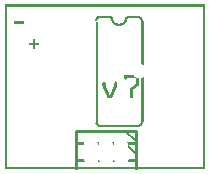
<source format=gto>
G04 MADE WITH FRITZING*
G04 WWW.FRITZING.ORG*
G04 DOUBLE SIDED*
G04 HOLES PLATED*
G04 CONTOUR ON CENTER OF CONTOUR VECTOR*
%ASAXBY*%
%FSLAX23Y23*%
%MOIN*%
%OFA0B0*%
%SFA1.0B1.0*%
%ADD10C,0.008000*%
%ADD11C,0.010000*%
%ADD12C,0.005000*%
%ADD13R,0.001000X0.001000*%
%LNSILK1*%
G90*
G70*
G54D10*
X305Y494D02*
X305Y156D01*
D02*
X320Y145D02*
X443Y145D01*
D02*
X438Y509D02*
X405Y509D01*
D02*
X316Y509D02*
X355Y509D01*
G54D11*
D02*
X436Y130D02*
X236Y130D01*
D02*
X236Y130D02*
X236Y30D01*
D02*
X436Y30D02*
X436Y130D01*
G54D12*
D02*
X401Y130D02*
X436Y95D01*
G54D13*
X0Y551D02*
X667Y551D01*
X0Y550D02*
X667Y550D01*
X0Y549D02*
X667Y549D01*
X0Y548D02*
X667Y548D01*
X0Y547D02*
X667Y547D01*
X0Y546D02*
X667Y546D01*
X0Y545D02*
X667Y545D01*
X0Y544D02*
X667Y544D01*
X0Y543D02*
X7Y543D01*
X660Y543D02*
X667Y543D01*
X0Y542D02*
X7Y542D01*
X660Y542D02*
X667Y542D01*
X0Y541D02*
X7Y541D01*
X660Y541D02*
X667Y541D01*
X0Y540D02*
X7Y540D01*
X660Y540D02*
X667Y540D01*
X0Y539D02*
X7Y539D01*
X660Y539D02*
X667Y539D01*
X0Y538D02*
X7Y538D01*
X660Y538D02*
X667Y538D01*
X0Y537D02*
X7Y537D01*
X660Y537D02*
X667Y537D01*
X0Y536D02*
X7Y536D01*
X660Y536D02*
X667Y536D01*
X0Y535D02*
X7Y535D01*
X660Y535D02*
X667Y535D01*
X0Y534D02*
X7Y534D01*
X660Y534D02*
X667Y534D01*
X0Y533D02*
X7Y533D01*
X660Y533D02*
X667Y533D01*
X0Y532D02*
X7Y532D01*
X660Y532D02*
X667Y532D01*
X0Y531D02*
X7Y531D01*
X660Y531D02*
X667Y531D01*
X0Y530D02*
X7Y530D01*
X660Y530D02*
X667Y530D01*
X0Y529D02*
X7Y529D01*
X660Y529D02*
X667Y529D01*
X0Y528D02*
X7Y528D01*
X660Y528D02*
X667Y528D01*
X0Y527D02*
X7Y527D01*
X660Y527D02*
X667Y527D01*
X0Y526D02*
X7Y526D01*
X660Y526D02*
X667Y526D01*
X0Y525D02*
X7Y525D01*
X660Y525D02*
X667Y525D01*
X0Y524D02*
X7Y524D01*
X660Y524D02*
X667Y524D01*
X0Y523D02*
X7Y523D01*
X660Y523D02*
X667Y523D01*
X0Y522D02*
X7Y522D01*
X660Y522D02*
X667Y522D01*
X0Y521D02*
X7Y521D01*
X660Y521D02*
X667Y521D01*
X0Y520D02*
X7Y520D01*
X660Y520D02*
X667Y520D01*
X0Y519D02*
X7Y519D01*
X660Y519D02*
X667Y519D01*
X0Y518D02*
X7Y518D01*
X660Y518D02*
X667Y518D01*
X0Y517D02*
X7Y517D01*
X660Y517D02*
X667Y517D01*
X0Y516D02*
X7Y516D01*
X660Y516D02*
X667Y516D01*
X0Y515D02*
X7Y515D01*
X660Y515D02*
X667Y515D01*
X0Y514D02*
X7Y514D01*
X660Y514D02*
X667Y514D01*
X0Y513D02*
X7Y513D01*
X312Y513D02*
X314Y513D01*
X438Y513D02*
X445Y513D01*
X660Y513D02*
X667Y513D01*
X0Y512D02*
X7Y512D01*
X310Y512D02*
X314Y512D01*
X438Y512D02*
X448Y512D01*
X660Y512D02*
X667Y512D01*
X0Y511D02*
X7Y511D01*
X308Y511D02*
X314Y511D01*
X439Y511D02*
X450Y511D01*
X660Y511D02*
X667Y511D01*
X0Y510D02*
X7Y510D01*
X307Y510D02*
X314Y510D01*
X439Y510D02*
X451Y510D01*
X660Y510D02*
X667Y510D01*
X0Y509D02*
X7Y509D01*
X306Y509D02*
X315Y509D01*
X439Y509D02*
X453Y509D01*
X660Y509D02*
X667Y509D01*
X0Y508D02*
X7Y508D01*
X305Y508D02*
X315Y508D01*
X439Y508D02*
X454Y508D01*
X660Y508D02*
X667Y508D01*
X0Y507D02*
X7Y507D01*
X304Y507D02*
X315Y507D01*
X351Y507D02*
X358Y507D01*
X401Y507D02*
X408Y507D01*
X439Y507D02*
X455Y507D01*
X660Y507D02*
X667Y507D01*
X0Y506D02*
X7Y506D01*
X303Y506D02*
X315Y506D01*
X351Y506D02*
X358Y506D01*
X401Y506D02*
X408Y506D01*
X439Y506D02*
X456Y506D01*
X660Y506D02*
X667Y506D01*
X0Y505D02*
X7Y505D01*
X303Y505D02*
X312Y505D01*
X351Y505D02*
X358Y505D01*
X401Y505D02*
X408Y505D01*
X446Y505D02*
X456Y505D01*
X660Y505D02*
X667Y505D01*
X0Y504D02*
X7Y504D01*
X302Y504D02*
X311Y504D01*
X351Y504D02*
X358Y504D01*
X401Y504D02*
X408Y504D01*
X448Y504D02*
X457Y504D01*
X660Y504D02*
X667Y504D01*
X0Y503D02*
X7Y503D01*
X302Y503D02*
X309Y503D01*
X351Y503D02*
X358Y503D01*
X401Y503D02*
X408Y503D01*
X449Y503D02*
X458Y503D01*
X660Y503D02*
X667Y503D01*
X0Y502D02*
X7Y502D01*
X301Y502D02*
X309Y502D01*
X352Y502D02*
X359Y502D01*
X400Y502D02*
X407Y502D01*
X450Y502D02*
X458Y502D01*
X660Y502D02*
X667Y502D01*
X0Y501D02*
X7Y501D01*
X301Y501D02*
X308Y501D01*
X352Y501D02*
X359Y501D01*
X400Y501D02*
X407Y501D01*
X451Y501D02*
X459Y501D01*
X660Y501D02*
X667Y501D01*
X0Y500D02*
X7Y500D01*
X301Y500D02*
X308Y500D01*
X352Y500D02*
X359Y500D01*
X400Y500D02*
X407Y500D01*
X452Y500D02*
X459Y500D01*
X660Y500D02*
X667Y500D01*
X0Y499D02*
X7Y499D01*
X301Y499D02*
X307Y499D01*
X352Y499D02*
X360Y499D01*
X399Y499D02*
X407Y499D01*
X452Y499D02*
X460Y499D01*
X660Y499D02*
X667Y499D01*
X0Y498D02*
X7Y498D01*
X300Y498D02*
X307Y498D01*
X353Y498D02*
X360Y498D01*
X399Y498D02*
X406Y498D01*
X453Y498D02*
X460Y498D01*
X660Y498D02*
X667Y498D01*
X0Y497D02*
X7Y497D01*
X300Y497D02*
X307Y497D01*
X353Y497D02*
X361Y497D01*
X398Y497D02*
X406Y497D01*
X453Y497D02*
X460Y497D01*
X660Y497D02*
X667Y497D01*
X0Y496D02*
X7Y496D01*
X300Y496D02*
X307Y496D01*
X354Y496D02*
X361Y496D01*
X398Y496D02*
X405Y496D01*
X453Y496D02*
X460Y496D01*
X660Y496D02*
X667Y496D01*
X0Y495D02*
X7Y495D01*
X31Y495D02*
X62Y495D01*
X300Y495D02*
X305Y495D01*
X354Y495D02*
X362Y495D01*
X397Y495D02*
X405Y495D01*
X454Y495D02*
X461Y495D01*
X660Y495D02*
X667Y495D01*
X0Y494D02*
X7Y494D01*
X30Y494D02*
X63Y494D01*
X355Y494D02*
X363Y494D01*
X396Y494D02*
X404Y494D01*
X454Y494D02*
X461Y494D01*
X660Y494D02*
X667Y494D01*
X0Y493D02*
X7Y493D01*
X30Y493D02*
X63Y493D01*
X355Y493D02*
X364Y493D01*
X395Y493D02*
X404Y493D01*
X454Y493D02*
X461Y493D01*
X660Y493D02*
X667Y493D01*
X0Y492D02*
X7Y492D01*
X29Y492D02*
X63Y492D01*
X356Y492D02*
X365Y492D01*
X394Y492D02*
X403Y492D01*
X454Y492D02*
X461Y492D01*
X660Y492D02*
X667Y492D01*
X0Y491D02*
X7Y491D01*
X29Y491D02*
X63Y491D01*
X357Y491D02*
X366Y491D01*
X393Y491D02*
X402Y491D01*
X454Y491D02*
X461Y491D01*
X660Y491D02*
X667Y491D01*
X0Y490D02*
X7Y490D01*
X29Y490D02*
X63Y490D01*
X357Y490D02*
X367Y490D01*
X392Y490D02*
X402Y490D01*
X454Y490D02*
X461Y490D01*
X660Y490D02*
X667Y490D01*
X0Y489D02*
X7Y489D01*
X29Y489D02*
X63Y489D01*
X358Y489D02*
X369Y489D01*
X390Y489D02*
X401Y489D01*
X454Y489D02*
X461Y489D01*
X660Y489D02*
X667Y489D01*
X0Y488D02*
X7Y488D01*
X30Y488D02*
X63Y488D01*
X359Y488D02*
X371Y488D01*
X388Y488D02*
X400Y488D01*
X454Y488D02*
X461Y488D01*
X660Y488D02*
X667Y488D01*
X0Y487D02*
X7Y487D01*
X30Y487D02*
X62Y487D01*
X360Y487D02*
X375Y487D01*
X384Y487D02*
X399Y487D01*
X454Y487D02*
X461Y487D01*
X660Y487D02*
X667Y487D01*
X0Y486D02*
X7Y486D01*
X32Y486D02*
X61Y486D01*
X361Y486D02*
X398Y486D01*
X454Y486D02*
X461Y486D01*
X660Y486D02*
X667Y486D01*
X0Y485D02*
X7Y485D01*
X362Y485D02*
X397Y485D01*
X454Y485D02*
X461Y485D01*
X660Y485D02*
X667Y485D01*
X0Y484D02*
X7Y484D01*
X364Y484D02*
X395Y484D01*
X454Y484D02*
X461Y484D01*
X660Y484D02*
X667Y484D01*
X0Y483D02*
X7Y483D01*
X365Y483D02*
X394Y483D01*
X454Y483D02*
X461Y483D01*
X660Y483D02*
X667Y483D01*
X0Y482D02*
X7Y482D01*
X367Y482D02*
X392Y482D01*
X454Y482D02*
X461Y482D01*
X660Y482D02*
X667Y482D01*
X0Y481D02*
X7Y481D01*
X369Y481D02*
X390Y481D01*
X454Y481D02*
X461Y481D01*
X660Y481D02*
X667Y481D01*
X0Y480D02*
X7Y480D01*
X372Y480D02*
X387Y480D01*
X454Y480D02*
X461Y480D01*
X660Y480D02*
X667Y480D01*
X0Y479D02*
X7Y479D01*
X376Y479D02*
X383Y479D01*
X454Y479D02*
X461Y479D01*
X660Y479D02*
X667Y479D01*
X0Y478D02*
X7Y478D01*
X454Y478D02*
X461Y478D01*
X660Y478D02*
X667Y478D01*
X0Y477D02*
X7Y477D01*
X454Y477D02*
X461Y477D01*
X660Y477D02*
X667Y477D01*
X0Y476D02*
X7Y476D01*
X454Y476D02*
X461Y476D01*
X660Y476D02*
X667Y476D01*
X0Y475D02*
X7Y475D01*
X454Y475D02*
X461Y475D01*
X660Y475D02*
X667Y475D01*
X0Y474D02*
X7Y474D01*
X454Y474D02*
X461Y474D01*
X660Y474D02*
X667Y474D01*
X0Y473D02*
X7Y473D01*
X454Y473D02*
X461Y473D01*
X660Y473D02*
X667Y473D01*
X0Y472D02*
X7Y472D01*
X454Y472D02*
X461Y472D01*
X660Y472D02*
X667Y472D01*
X0Y471D02*
X7Y471D01*
X454Y471D02*
X461Y471D01*
X660Y471D02*
X667Y471D01*
X0Y470D02*
X7Y470D01*
X454Y470D02*
X461Y470D01*
X660Y470D02*
X667Y470D01*
X0Y469D02*
X7Y469D01*
X454Y469D02*
X461Y469D01*
X660Y469D02*
X667Y469D01*
X0Y468D02*
X7Y468D01*
X454Y468D02*
X461Y468D01*
X660Y468D02*
X667Y468D01*
X0Y467D02*
X7Y467D01*
X454Y467D02*
X461Y467D01*
X660Y467D02*
X667Y467D01*
X0Y466D02*
X7Y466D01*
X454Y466D02*
X461Y466D01*
X660Y466D02*
X667Y466D01*
X0Y465D02*
X7Y465D01*
X454Y465D02*
X461Y465D01*
X660Y465D02*
X667Y465D01*
X0Y464D02*
X7Y464D01*
X454Y464D02*
X461Y464D01*
X660Y464D02*
X667Y464D01*
X0Y463D02*
X7Y463D01*
X454Y463D02*
X461Y463D01*
X660Y463D02*
X667Y463D01*
X0Y462D02*
X7Y462D01*
X454Y462D02*
X461Y462D01*
X660Y462D02*
X667Y462D01*
X0Y461D02*
X7Y461D01*
X454Y461D02*
X461Y461D01*
X660Y461D02*
X667Y461D01*
X0Y460D02*
X7Y460D01*
X454Y460D02*
X461Y460D01*
X660Y460D02*
X667Y460D01*
X0Y459D02*
X7Y459D01*
X454Y459D02*
X461Y459D01*
X660Y459D02*
X667Y459D01*
X0Y458D02*
X7Y458D01*
X454Y458D02*
X461Y458D01*
X660Y458D02*
X667Y458D01*
X0Y457D02*
X7Y457D01*
X454Y457D02*
X461Y457D01*
X660Y457D02*
X667Y457D01*
X0Y456D02*
X7Y456D01*
X454Y456D02*
X461Y456D01*
X660Y456D02*
X667Y456D01*
X0Y455D02*
X7Y455D01*
X454Y455D02*
X461Y455D01*
X660Y455D02*
X667Y455D01*
X0Y454D02*
X7Y454D01*
X454Y454D02*
X461Y454D01*
X660Y454D02*
X667Y454D01*
X0Y453D02*
X7Y453D01*
X454Y453D02*
X461Y453D01*
X660Y453D02*
X667Y453D01*
X0Y452D02*
X7Y452D01*
X454Y452D02*
X461Y452D01*
X660Y452D02*
X667Y452D01*
X0Y451D02*
X7Y451D01*
X454Y451D02*
X461Y451D01*
X660Y451D02*
X667Y451D01*
X0Y450D02*
X7Y450D01*
X454Y450D02*
X461Y450D01*
X660Y450D02*
X667Y450D01*
X0Y449D02*
X7Y449D01*
X454Y449D02*
X461Y449D01*
X660Y449D02*
X667Y449D01*
X0Y448D02*
X7Y448D01*
X454Y448D02*
X461Y448D01*
X660Y448D02*
X667Y448D01*
X0Y447D02*
X7Y447D01*
X454Y447D02*
X461Y447D01*
X660Y447D02*
X667Y447D01*
X0Y446D02*
X7Y446D01*
X454Y446D02*
X461Y446D01*
X660Y446D02*
X667Y446D01*
X0Y445D02*
X7Y445D01*
X454Y445D02*
X461Y445D01*
X660Y445D02*
X667Y445D01*
X0Y444D02*
X7Y444D01*
X454Y444D02*
X461Y444D01*
X660Y444D02*
X667Y444D01*
X0Y443D02*
X7Y443D01*
X454Y443D02*
X461Y443D01*
X660Y443D02*
X667Y443D01*
X0Y442D02*
X7Y442D01*
X454Y442D02*
X461Y442D01*
X660Y442D02*
X667Y442D01*
X0Y441D02*
X7Y441D01*
X454Y441D02*
X461Y441D01*
X660Y441D02*
X667Y441D01*
X0Y440D02*
X7Y440D01*
X454Y440D02*
X461Y440D01*
X660Y440D02*
X667Y440D01*
X0Y439D02*
X7Y439D01*
X454Y439D02*
X461Y439D01*
X660Y439D02*
X667Y439D01*
X0Y438D02*
X7Y438D01*
X454Y438D02*
X461Y438D01*
X660Y438D02*
X667Y438D01*
X0Y437D02*
X7Y437D01*
X454Y437D02*
X461Y437D01*
X660Y437D02*
X667Y437D01*
X0Y436D02*
X7Y436D01*
X454Y436D02*
X461Y436D01*
X660Y436D02*
X667Y436D01*
X0Y435D02*
X7Y435D01*
X95Y435D02*
X98Y435D01*
X454Y435D02*
X461Y435D01*
X660Y435D02*
X667Y435D01*
X0Y434D02*
X7Y434D01*
X94Y434D02*
X99Y434D01*
X454Y434D02*
X461Y434D01*
X660Y434D02*
X667Y434D01*
X0Y433D02*
X7Y433D01*
X94Y433D02*
X99Y433D01*
X454Y433D02*
X461Y433D01*
X660Y433D02*
X667Y433D01*
X0Y432D02*
X7Y432D01*
X94Y432D02*
X100Y432D01*
X454Y432D02*
X461Y432D01*
X660Y432D02*
X667Y432D01*
X0Y431D02*
X7Y431D01*
X94Y431D02*
X100Y431D01*
X454Y431D02*
X461Y431D01*
X660Y431D02*
X667Y431D01*
X0Y430D02*
X7Y430D01*
X94Y430D02*
X100Y430D01*
X454Y430D02*
X461Y430D01*
X660Y430D02*
X667Y430D01*
X0Y429D02*
X7Y429D01*
X94Y429D02*
X100Y429D01*
X454Y429D02*
X461Y429D01*
X660Y429D02*
X667Y429D01*
X0Y428D02*
X7Y428D01*
X94Y428D02*
X100Y428D01*
X454Y428D02*
X461Y428D01*
X660Y428D02*
X667Y428D01*
X0Y427D02*
X7Y427D01*
X94Y427D02*
X100Y427D01*
X454Y427D02*
X461Y427D01*
X660Y427D02*
X667Y427D01*
X0Y426D02*
X7Y426D01*
X94Y426D02*
X100Y426D01*
X454Y426D02*
X461Y426D01*
X660Y426D02*
X667Y426D01*
X0Y425D02*
X7Y425D01*
X94Y425D02*
X100Y425D01*
X454Y425D02*
X461Y425D01*
X660Y425D02*
X667Y425D01*
X0Y424D02*
X7Y424D01*
X94Y424D02*
X100Y424D01*
X454Y424D02*
X461Y424D01*
X660Y424D02*
X667Y424D01*
X0Y423D02*
X7Y423D01*
X94Y423D02*
X100Y423D01*
X454Y423D02*
X461Y423D01*
X660Y423D02*
X667Y423D01*
X0Y422D02*
X7Y422D01*
X93Y422D02*
X100Y422D01*
X454Y422D02*
X461Y422D01*
X660Y422D02*
X667Y422D01*
X0Y421D02*
X7Y421D01*
X81Y421D02*
X112Y421D01*
X454Y421D02*
X461Y421D01*
X660Y421D02*
X667Y421D01*
X0Y420D02*
X7Y420D01*
X80Y420D02*
X113Y420D01*
X454Y420D02*
X461Y420D01*
X660Y420D02*
X667Y420D01*
X0Y419D02*
X7Y419D01*
X80Y419D02*
X113Y419D01*
X454Y419D02*
X461Y419D01*
X660Y419D02*
X667Y419D01*
X0Y418D02*
X7Y418D01*
X80Y418D02*
X113Y418D01*
X454Y418D02*
X461Y418D01*
X660Y418D02*
X667Y418D01*
X0Y417D02*
X7Y417D01*
X80Y417D02*
X113Y417D01*
X454Y417D02*
X461Y417D01*
X660Y417D02*
X667Y417D01*
X0Y416D02*
X7Y416D01*
X81Y416D02*
X113Y416D01*
X454Y416D02*
X461Y416D01*
X660Y416D02*
X667Y416D01*
X0Y415D02*
X7Y415D01*
X82Y415D02*
X111Y415D01*
X454Y415D02*
X461Y415D01*
X660Y415D02*
X667Y415D01*
X0Y414D02*
X7Y414D01*
X94Y414D02*
X100Y414D01*
X454Y414D02*
X461Y414D01*
X660Y414D02*
X667Y414D01*
X0Y413D02*
X7Y413D01*
X94Y413D02*
X100Y413D01*
X454Y413D02*
X461Y413D01*
X660Y413D02*
X667Y413D01*
X0Y412D02*
X7Y412D01*
X94Y412D02*
X100Y412D01*
X454Y412D02*
X461Y412D01*
X660Y412D02*
X667Y412D01*
X0Y411D02*
X7Y411D01*
X94Y411D02*
X100Y411D01*
X454Y411D02*
X461Y411D01*
X660Y411D02*
X667Y411D01*
X0Y410D02*
X7Y410D01*
X94Y410D02*
X100Y410D01*
X454Y410D02*
X461Y410D01*
X660Y410D02*
X667Y410D01*
X0Y409D02*
X7Y409D01*
X94Y409D02*
X100Y409D01*
X454Y409D02*
X461Y409D01*
X660Y409D02*
X667Y409D01*
X0Y408D02*
X7Y408D01*
X94Y408D02*
X100Y408D01*
X454Y408D02*
X461Y408D01*
X660Y408D02*
X667Y408D01*
X0Y407D02*
X7Y407D01*
X94Y407D02*
X100Y407D01*
X454Y407D02*
X461Y407D01*
X660Y407D02*
X667Y407D01*
X0Y406D02*
X7Y406D01*
X94Y406D02*
X100Y406D01*
X454Y406D02*
X461Y406D01*
X660Y406D02*
X667Y406D01*
X0Y405D02*
X7Y405D01*
X94Y405D02*
X100Y405D01*
X454Y405D02*
X461Y405D01*
X660Y405D02*
X667Y405D01*
X0Y404D02*
X7Y404D01*
X94Y404D02*
X100Y404D01*
X454Y404D02*
X461Y404D01*
X660Y404D02*
X667Y404D01*
X0Y403D02*
X7Y403D01*
X94Y403D02*
X99Y403D01*
X454Y403D02*
X461Y403D01*
X660Y403D02*
X667Y403D01*
X0Y402D02*
X7Y402D01*
X95Y402D02*
X99Y402D01*
X454Y402D02*
X461Y402D01*
X660Y402D02*
X667Y402D01*
X0Y401D02*
X7Y401D01*
X96Y401D02*
X97Y401D01*
X454Y401D02*
X461Y401D01*
X660Y401D02*
X667Y401D01*
X0Y400D02*
X7Y400D01*
X454Y400D02*
X461Y400D01*
X660Y400D02*
X667Y400D01*
X0Y399D02*
X7Y399D01*
X454Y399D02*
X461Y399D01*
X660Y399D02*
X667Y399D01*
X0Y398D02*
X7Y398D01*
X454Y398D02*
X461Y398D01*
X660Y398D02*
X667Y398D01*
X0Y397D02*
X7Y397D01*
X454Y397D02*
X461Y397D01*
X660Y397D02*
X667Y397D01*
X0Y396D02*
X7Y396D01*
X454Y396D02*
X461Y396D01*
X660Y396D02*
X667Y396D01*
X0Y395D02*
X7Y395D01*
X454Y395D02*
X461Y395D01*
X660Y395D02*
X667Y395D01*
X0Y394D02*
X7Y394D01*
X454Y394D02*
X461Y394D01*
X660Y394D02*
X667Y394D01*
X0Y393D02*
X7Y393D01*
X454Y393D02*
X461Y393D01*
X660Y393D02*
X667Y393D01*
X0Y392D02*
X7Y392D01*
X454Y392D02*
X461Y392D01*
X660Y392D02*
X667Y392D01*
X0Y391D02*
X7Y391D01*
X454Y391D02*
X461Y391D01*
X660Y391D02*
X667Y391D01*
X0Y390D02*
X7Y390D01*
X454Y390D02*
X461Y390D01*
X660Y390D02*
X667Y390D01*
X0Y389D02*
X7Y389D01*
X454Y389D02*
X461Y389D01*
X660Y389D02*
X667Y389D01*
X0Y388D02*
X7Y388D01*
X454Y388D02*
X461Y388D01*
X660Y388D02*
X667Y388D01*
X0Y387D02*
X7Y387D01*
X454Y387D02*
X461Y387D01*
X660Y387D02*
X667Y387D01*
X0Y386D02*
X7Y386D01*
X454Y386D02*
X461Y386D01*
X660Y386D02*
X667Y386D01*
X0Y385D02*
X7Y385D01*
X454Y385D02*
X461Y385D01*
X660Y385D02*
X667Y385D01*
X0Y384D02*
X7Y384D01*
X454Y384D02*
X461Y384D01*
X660Y384D02*
X667Y384D01*
X0Y383D02*
X7Y383D01*
X454Y383D02*
X461Y383D01*
X660Y383D02*
X667Y383D01*
X0Y382D02*
X7Y382D01*
X454Y382D02*
X461Y382D01*
X660Y382D02*
X667Y382D01*
X0Y381D02*
X7Y381D01*
X454Y381D02*
X461Y381D01*
X660Y381D02*
X667Y381D01*
X0Y380D02*
X7Y380D01*
X454Y380D02*
X461Y380D01*
X660Y380D02*
X667Y380D01*
X0Y379D02*
X7Y379D01*
X454Y379D02*
X461Y379D01*
X660Y379D02*
X667Y379D01*
X0Y378D02*
X7Y378D01*
X454Y378D02*
X461Y378D01*
X660Y378D02*
X667Y378D01*
X0Y377D02*
X7Y377D01*
X454Y377D02*
X461Y377D01*
X660Y377D02*
X667Y377D01*
X0Y376D02*
X7Y376D01*
X454Y376D02*
X461Y376D01*
X660Y376D02*
X667Y376D01*
X0Y375D02*
X7Y375D01*
X454Y375D02*
X461Y375D01*
X660Y375D02*
X667Y375D01*
X0Y374D02*
X7Y374D01*
X454Y374D02*
X461Y374D01*
X660Y374D02*
X667Y374D01*
X0Y373D02*
X7Y373D01*
X454Y373D02*
X461Y373D01*
X660Y373D02*
X667Y373D01*
X0Y372D02*
X7Y372D01*
X454Y372D02*
X461Y372D01*
X660Y372D02*
X667Y372D01*
X0Y371D02*
X7Y371D01*
X454Y371D02*
X461Y371D01*
X660Y371D02*
X667Y371D01*
X0Y370D02*
X7Y370D01*
X454Y370D02*
X461Y370D01*
X660Y370D02*
X667Y370D01*
X0Y369D02*
X7Y369D01*
X454Y369D02*
X461Y369D01*
X660Y369D02*
X667Y369D01*
X0Y368D02*
X7Y368D01*
X454Y368D02*
X461Y368D01*
X660Y368D02*
X667Y368D01*
X0Y367D02*
X7Y367D01*
X454Y367D02*
X461Y367D01*
X660Y367D02*
X667Y367D01*
X0Y366D02*
X7Y366D01*
X454Y366D02*
X461Y366D01*
X660Y366D02*
X667Y366D01*
X0Y365D02*
X7Y365D01*
X454Y365D02*
X461Y365D01*
X660Y365D02*
X667Y365D01*
X0Y364D02*
X7Y364D01*
X454Y364D02*
X461Y364D01*
X660Y364D02*
X667Y364D01*
X0Y363D02*
X7Y363D01*
X454Y363D02*
X461Y363D01*
X660Y363D02*
X667Y363D01*
X0Y362D02*
X7Y362D01*
X454Y362D02*
X461Y362D01*
X660Y362D02*
X667Y362D01*
X0Y361D02*
X7Y361D01*
X454Y361D02*
X461Y361D01*
X660Y361D02*
X667Y361D01*
X0Y360D02*
X7Y360D01*
X454Y360D02*
X461Y360D01*
X660Y360D02*
X667Y360D01*
X0Y359D02*
X7Y359D01*
X454Y359D02*
X461Y359D01*
X660Y359D02*
X667Y359D01*
X0Y358D02*
X7Y358D01*
X454Y358D02*
X461Y358D01*
X660Y358D02*
X667Y358D01*
X0Y357D02*
X7Y357D01*
X454Y357D02*
X461Y357D01*
X660Y357D02*
X667Y357D01*
X0Y356D02*
X7Y356D01*
X454Y356D02*
X461Y356D01*
X660Y356D02*
X667Y356D01*
X0Y355D02*
X7Y355D01*
X454Y355D02*
X461Y355D01*
X660Y355D02*
X667Y355D01*
X0Y354D02*
X7Y354D01*
X454Y354D02*
X461Y354D01*
X660Y354D02*
X667Y354D01*
X0Y353D02*
X7Y353D01*
X454Y353D02*
X461Y353D01*
X660Y353D02*
X667Y353D01*
X0Y352D02*
X7Y352D01*
X454Y352D02*
X461Y352D01*
X660Y352D02*
X667Y352D01*
X0Y351D02*
X7Y351D01*
X456Y351D02*
X461Y351D01*
X660Y351D02*
X667Y351D01*
X0Y350D02*
X7Y350D01*
X458Y350D02*
X461Y350D01*
X660Y350D02*
X667Y350D01*
X0Y349D02*
X7Y349D01*
X460Y349D02*
X461Y349D01*
X660Y349D02*
X667Y349D01*
X0Y348D02*
X7Y348D01*
X461Y348D02*
X461Y348D01*
X660Y348D02*
X667Y348D01*
X0Y347D02*
X7Y347D01*
X660Y347D02*
X667Y347D01*
X0Y346D02*
X7Y346D01*
X660Y346D02*
X667Y346D01*
X0Y345D02*
X7Y345D01*
X660Y345D02*
X667Y345D01*
X0Y344D02*
X7Y344D01*
X660Y344D02*
X667Y344D01*
X0Y343D02*
X7Y343D01*
X660Y343D02*
X667Y343D01*
X0Y342D02*
X7Y342D01*
X660Y342D02*
X667Y342D01*
X0Y341D02*
X7Y341D01*
X660Y341D02*
X667Y341D01*
X0Y340D02*
X7Y340D01*
X660Y340D02*
X667Y340D01*
X0Y339D02*
X7Y339D01*
X660Y339D02*
X667Y339D01*
X0Y338D02*
X7Y338D01*
X660Y338D02*
X667Y338D01*
X0Y337D02*
X7Y337D01*
X660Y337D02*
X667Y337D01*
X0Y336D02*
X7Y336D01*
X660Y336D02*
X667Y336D01*
X0Y335D02*
X7Y335D01*
X660Y335D02*
X667Y335D01*
X0Y334D02*
X7Y334D01*
X660Y334D02*
X667Y334D01*
X0Y333D02*
X7Y333D01*
X660Y333D02*
X667Y333D01*
X0Y332D02*
X7Y332D01*
X660Y332D02*
X667Y332D01*
X0Y331D02*
X7Y331D01*
X660Y331D02*
X667Y331D01*
X0Y330D02*
X7Y330D01*
X660Y330D02*
X667Y330D01*
X0Y329D02*
X7Y329D01*
X660Y329D02*
X667Y329D01*
X0Y328D02*
X7Y328D01*
X660Y328D02*
X667Y328D01*
X0Y327D02*
X7Y327D01*
X660Y327D02*
X667Y327D01*
X0Y326D02*
X7Y326D01*
X660Y326D02*
X667Y326D01*
X0Y325D02*
X7Y325D01*
X660Y325D02*
X667Y325D01*
X0Y324D02*
X7Y324D01*
X660Y324D02*
X667Y324D01*
X0Y323D02*
X7Y323D01*
X660Y323D02*
X667Y323D01*
X0Y322D02*
X7Y322D01*
X660Y322D02*
X667Y322D01*
X0Y321D02*
X7Y321D01*
X660Y321D02*
X667Y321D01*
X0Y320D02*
X7Y320D01*
X660Y320D02*
X667Y320D01*
X0Y319D02*
X7Y319D01*
X660Y319D02*
X667Y319D01*
X0Y318D02*
X7Y318D01*
X660Y318D02*
X667Y318D01*
X0Y317D02*
X7Y317D01*
X660Y317D02*
X667Y317D01*
X0Y316D02*
X7Y316D01*
X660Y316D02*
X667Y316D01*
X0Y315D02*
X7Y315D01*
X400Y315D02*
X427Y315D01*
X660Y315D02*
X667Y315D01*
X0Y314D02*
X7Y314D01*
X398Y314D02*
X428Y314D01*
X660Y314D02*
X667Y314D01*
X0Y313D02*
X7Y313D01*
X398Y313D02*
X429Y313D01*
X660Y313D02*
X667Y313D01*
X0Y312D02*
X7Y312D01*
X397Y312D02*
X429Y312D01*
X660Y312D02*
X667Y312D01*
X0Y311D02*
X7Y311D01*
X397Y311D02*
X430Y311D01*
X660Y311D02*
X667Y311D01*
X0Y310D02*
X7Y310D01*
X397Y310D02*
X432Y310D01*
X660Y310D02*
X667Y310D01*
X0Y309D02*
X7Y309D01*
X397Y309D02*
X433Y309D01*
X660Y309D02*
X667Y309D01*
X0Y308D02*
X7Y308D01*
X397Y308D02*
X434Y308D01*
X460Y308D02*
X461Y308D01*
X660Y308D02*
X667Y308D01*
X0Y307D02*
X7Y307D01*
X397Y307D02*
X436Y307D01*
X459Y307D02*
X461Y307D01*
X660Y307D02*
X667Y307D01*
X0Y306D02*
X7Y306D01*
X397Y306D02*
X438Y306D01*
X457Y306D02*
X461Y306D01*
X660Y306D02*
X667Y306D01*
X0Y305D02*
X7Y305D01*
X397Y305D02*
X406Y305D01*
X436Y305D02*
X440Y305D01*
X455Y305D02*
X461Y305D01*
X660Y305D02*
X667Y305D01*
X0Y304D02*
X7Y304D01*
X397Y304D02*
X405Y304D01*
X436Y304D02*
X444Y304D01*
X454Y304D02*
X461Y304D01*
X660Y304D02*
X667Y304D01*
X0Y303D02*
X7Y303D01*
X398Y303D02*
X405Y303D01*
X436Y303D02*
X446Y303D01*
X454Y303D02*
X461Y303D01*
X660Y303D02*
X667Y303D01*
X0Y302D02*
X7Y302D01*
X399Y302D02*
X404Y302D01*
X436Y302D02*
X446Y302D01*
X454Y302D02*
X461Y302D01*
X660Y302D02*
X667Y302D01*
X0Y301D02*
X7Y301D01*
X401Y301D02*
X401Y301D01*
X436Y301D02*
X446Y301D01*
X454Y301D02*
X461Y301D01*
X660Y301D02*
X667Y301D01*
X0Y300D02*
X7Y300D01*
X436Y300D02*
X446Y300D01*
X454Y300D02*
X461Y300D01*
X660Y300D02*
X667Y300D01*
X0Y299D02*
X7Y299D01*
X436Y299D02*
X446Y299D01*
X454Y299D02*
X461Y299D01*
X660Y299D02*
X667Y299D01*
X0Y298D02*
X7Y298D01*
X436Y298D02*
X446Y298D01*
X454Y298D02*
X461Y298D01*
X660Y298D02*
X667Y298D01*
X0Y297D02*
X7Y297D01*
X436Y297D02*
X446Y297D01*
X454Y297D02*
X461Y297D01*
X660Y297D02*
X667Y297D01*
X0Y296D02*
X7Y296D01*
X436Y296D02*
X446Y296D01*
X454Y296D02*
X461Y296D01*
X660Y296D02*
X667Y296D01*
X0Y295D02*
X7Y295D01*
X436Y295D02*
X446Y295D01*
X454Y295D02*
X461Y295D01*
X660Y295D02*
X667Y295D01*
X0Y294D02*
X7Y294D01*
X329Y294D02*
X329Y294D01*
X368Y294D02*
X369Y294D01*
X436Y294D02*
X446Y294D01*
X454Y294D02*
X461Y294D01*
X660Y294D02*
X667Y294D01*
X0Y293D02*
X7Y293D01*
X326Y293D02*
X332Y293D01*
X366Y293D02*
X371Y293D01*
X436Y293D02*
X446Y293D01*
X454Y293D02*
X461Y293D01*
X660Y293D02*
X667Y293D01*
X0Y292D02*
X7Y292D01*
X325Y292D02*
X333Y292D01*
X365Y292D02*
X372Y292D01*
X436Y292D02*
X446Y292D01*
X454Y292D02*
X461Y292D01*
X660Y292D02*
X667Y292D01*
X0Y291D02*
X7Y291D01*
X325Y291D02*
X333Y291D01*
X365Y291D02*
X373Y291D01*
X436Y291D02*
X446Y291D01*
X454Y291D02*
X461Y291D01*
X660Y291D02*
X667Y291D01*
X0Y290D02*
X7Y290D01*
X325Y290D02*
X333Y290D01*
X364Y290D02*
X373Y290D01*
X436Y290D02*
X446Y290D01*
X454Y290D02*
X461Y290D01*
X660Y290D02*
X667Y290D01*
X0Y289D02*
X7Y289D01*
X324Y289D02*
X334Y289D01*
X364Y289D02*
X373Y289D01*
X436Y289D02*
X446Y289D01*
X454Y289D02*
X461Y289D01*
X660Y289D02*
X667Y289D01*
X0Y288D02*
X7Y288D01*
X324Y288D02*
X334Y288D01*
X364Y288D02*
X373Y288D01*
X436Y288D02*
X446Y288D01*
X454Y288D02*
X461Y288D01*
X660Y288D02*
X667Y288D01*
X0Y287D02*
X7Y287D01*
X324Y287D02*
X334Y287D01*
X364Y287D02*
X373Y287D01*
X436Y287D02*
X446Y287D01*
X454Y287D02*
X461Y287D01*
X660Y287D02*
X667Y287D01*
X0Y286D02*
X7Y286D01*
X324Y286D02*
X334Y286D01*
X364Y286D02*
X373Y286D01*
X435Y286D02*
X446Y286D01*
X454Y286D02*
X461Y286D01*
X660Y286D02*
X667Y286D01*
X0Y285D02*
X7Y285D01*
X324Y285D02*
X334Y285D01*
X364Y285D02*
X373Y285D01*
X434Y285D02*
X446Y285D01*
X454Y285D02*
X461Y285D01*
X660Y285D02*
X667Y285D01*
X0Y284D02*
X7Y284D01*
X324Y284D02*
X334Y284D01*
X364Y284D02*
X373Y284D01*
X433Y284D02*
X445Y284D01*
X454Y284D02*
X461Y284D01*
X660Y284D02*
X667Y284D01*
X0Y283D02*
X7Y283D01*
X324Y283D02*
X334Y283D01*
X364Y283D02*
X373Y283D01*
X432Y283D02*
X445Y283D01*
X454Y283D02*
X461Y283D01*
X660Y283D02*
X667Y283D01*
X0Y282D02*
X7Y282D01*
X324Y282D02*
X334Y282D01*
X364Y282D02*
X373Y282D01*
X430Y282D02*
X445Y282D01*
X454Y282D02*
X461Y282D01*
X660Y282D02*
X667Y282D01*
X0Y281D02*
X7Y281D01*
X324Y281D02*
X334Y281D01*
X364Y281D02*
X373Y281D01*
X429Y281D02*
X444Y281D01*
X454Y281D02*
X461Y281D01*
X660Y281D02*
X667Y281D01*
X0Y280D02*
X7Y280D01*
X324Y280D02*
X334Y280D01*
X363Y280D02*
X373Y280D01*
X428Y280D02*
X443Y280D01*
X454Y280D02*
X461Y280D01*
X660Y280D02*
X667Y280D01*
X0Y279D02*
X7Y279D01*
X325Y279D02*
X335Y279D01*
X363Y279D02*
X373Y279D01*
X427Y279D02*
X442Y279D01*
X454Y279D02*
X461Y279D01*
X660Y279D02*
X667Y279D01*
X0Y278D02*
X7Y278D01*
X325Y278D02*
X335Y278D01*
X363Y278D02*
X373Y278D01*
X426Y278D02*
X440Y278D01*
X454Y278D02*
X461Y278D01*
X660Y278D02*
X667Y278D01*
X0Y277D02*
X7Y277D01*
X325Y277D02*
X336Y277D01*
X362Y277D02*
X372Y277D01*
X425Y277D02*
X439Y277D01*
X454Y277D02*
X461Y277D01*
X660Y277D02*
X667Y277D01*
X0Y276D02*
X7Y276D01*
X326Y276D02*
X336Y276D01*
X362Y276D02*
X372Y276D01*
X423Y276D02*
X438Y276D01*
X454Y276D02*
X461Y276D01*
X660Y276D02*
X667Y276D01*
X0Y275D02*
X7Y275D01*
X326Y275D02*
X336Y275D01*
X361Y275D02*
X371Y275D01*
X422Y275D02*
X437Y275D01*
X454Y275D02*
X461Y275D01*
X660Y275D02*
X667Y275D01*
X0Y274D02*
X7Y274D01*
X327Y274D02*
X337Y274D01*
X361Y274D02*
X371Y274D01*
X421Y274D02*
X436Y274D01*
X454Y274D02*
X461Y274D01*
X660Y274D02*
X667Y274D01*
X0Y273D02*
X7Y273D01*
X327Y273D02*
X337Y273D01*
X360Y273D02*
X370Y273D01*
X420Y273D02*
X434Y273D01*
X454Y273D02*
X461Y273D01*
X660Y273D02*
X667Y273D01*
X0Y272D02*
X7Y272D01*
X328Y272D02*
X338Y272D01*
X360Y272D02*
X370Y272D01*
X419Y272D02*
X433Y272D01*
X454Y272D02*
X461Y272D01*
X660Y272D02*
X667Y272D01*
X0Y271D02*
X7Y271D01*
X328Y271D02*
X338Y271D01*
X359Y271D02*
X369Y271D01*
X418Y271D02*
X432Y271D01*
X454Y271D02*
X461Y271D01*
X660Y271D02*
X667Y271D01*
X0Y270D02*
X7Y270D01*
X329Y270D02*
X339Y270D01*
X359Y270D02*
X369Y270D01*
X417Y270D02*
X431Y270D01*
X454Y270D02*
X461Y270D01*
X660Y270D02*
X667Y270D01*
X0Y269D02*
X7Y269D01*
X329Y269D02*
X339Y269D01*
X359Y269D02*
X369Y269D01*
X417Y269D02*
X430Y269D01*
X454Y269D02*
X461Y269D01*
X660Y269D02*
X667Y269D01*
X0Y268D02*
X7Y268D01*
X329Y268D02*
X339Y268D01*
X358Y268D02*
X368Y268D01*
X417Y268D02*
X429Y268D01*
X454Y268D02*
X461Y268D01*
X660Y268D02*
X667Y268D01*
X0Y267D02*
X7Y267D01*
X330Y267D02*
X340Y267D01*
X358Y267D02*
X368Y267D01*
X417Y267D02*
X427Y267D01*
X454Y267D02*
X461Y267D01*
X660Y267D02*
X667Y267D01*
X0Y266D02*
X7Y266D01*
X330Y266D02*
X340Y266D01*
X357Y266D02*
X367Y266D01*
X417Y266D02*
X426Y266D01*
X454Y266D02*
X461Y266D01*
X660Y266D02*
X667Y266D01*
X0Y265D02*
X7Y265D01*
X331Y265D02*
X341Y265D01*
X357Y265D02*
X367Y265D01*
X417Y265D02*
X426Y265D01*
X454Y265D02*
X461Y265D01*
X660Y265D02*
X667Y265D01*
X0Y264D02*
X7Y264D01*
X331Y264D02*
X341Y264D01*
X356Y264D02*
X366Y264D01*
X417Y264D02*
X426Y264D01*
X454Y264D02*
X461Y264D01*
X660Y264D02*
X667Y264D01*
X0Y263D02*
X7Y263D01*
X332Y263D02*
X342Y263D01*
X356Y263D02*
X366Y263D01*
X417Y263D02*
X426Y263D01*
X454Y263D02*
X461Y263D01*
X660Y263D02*
X667Y263D01*
X0Y262D02*
X7Y262D01*
X332Y262D02*
X342Y262D01*
X356Y262D02*
X366Y262D01*
X417Y262D02*
X426Y262D01*
X454Y262D02*
X461Y262D01*
X660Y262D02*
X667Y262D01*
X0Y261D02*
X7Y261D01*
X332Y261D02*
X342Y261D01*
X355Y261D02*
X365Y261D01*
X417Y261D02*
X426Y261D01*
X454Y261D02*
X461Y261D01*
X660Y261D02*
X667Y261D01*
X0Y260D02*
X7Y260D01*
X333Y260D02*
X343Y260D01*
X355Y260D02*
X365Y260D01*
X417Y260D02*
X426Y260D01*
X454Y260D02*
X461Y260D01*
X660Y260D02*
X667Y260D01*
X0Y259D02*
X7Y259D01*
X333Y259D02*
X343Y259D01*
X354Y259D02*
X364Y259D01*
X417Y259D02*
X426Y259D01*
X454Y259D02*
X461Y259D01*
X660Y259D02*
X667Y259D01*
X0Y258D02*
X7Y258D01*
X334Y258D02*
X344Y258D01*
X354Y258D02*
X364Y258D01*
X417Y258D02*
X426Y258D01*
X454Y258D02*
X461Y258D01*
X660Y258D02*
X667Y258D01*
X0Y257D02*
X7Y257D01*
X334Y257D02*
X344Y257D01*
X353Y257D02*
X363Y257D01*
X417Y257D02*
X426Y257D01*
X454Y257D02*
X461Y257D01*
X660Y257D02*
X667Y257D01*
X0Y256D02*
X7Y256D01*
X335Y256D02*
X345Y256D01*
X353Y256D02*
X363Y256D01*
X417Y256D02*
X426Y256D01*
X454Y256D02*
X461Y256D01*
X660Y256D02*
X667Y256D01*
X0Y255D02*
X7Y255D01*
X335Y255D02*
X345Y255D01*
X352Y255D02*
X362Y255D01*
X417Y255D02*
X426Y255D01*
X454Y255D02*
X461Y255D01*
X660Y255D02*
X667Y255D01*
X0Y254D02*
X7Y254D01*
X336Y254D02*
X346Y254D01*
X352Y254D02*
X362Y254D01*
X417Y254D02*
X426Y254D01*
X454Y254D02*
X461Y254D01*
X660Y254D02*
X667Y254D01*
X0Y253D02*
X7Y253D01*
X336Y253D02*
X346Y253D01*
X352Y253D02*
X362Y253D01*
X417Y253D02*
X426Y253D01*
X454Y253D02*
X461Y253D01*
X660Y253D02*
X667Y253D01*
X0Y252D02*
X7Y252D01*
X336Y252D02*
X346Y252D01*
X351Y252D02*
X361Y252D01*
X417Y252D02*
X426Y252D01*
X454Y252D02*
X461Y252D01*
X660Y252D02*
X667Y252D01*
X0Y251D02*
X7Y251D01*
X337Y251D02*
X347Y251D01*
X351Y251D02*
X361Y251D01*
X417Y251D02*
X426Y251D01*
X454Y251D02*
X461Y251D01*
X660Y251D02*
X667Y251D01*
X0Y250D02*
X7Y250D01*
X337Y250D02*
X347Y250D01*
X350Y250D02*
X360Y250D01*
X417Y250D02*
X426Y250D01*
X454Y250D02*
X461Y250D01*
X660Y250D02*
X667Y250D01*
X0Y249D02*
X7Y249D01*
X338Y249D02*
X348Y249D01*
X350Y249D02*
X360Y249D01*
X417Y249D02*
X426Y249D01*
X454Y249D02*
X461Y249D01*
X660Y249D02*
X667Y249D01*
X0Y248D02*
X7Y248D01*
X338Y248D02*
X359Y248D01*
X417Y248D02*
X426Y248D01*
X454Y248D02*
X461Y248D01*
X660Y248D02*
X667Y248D01*
X0Y247D02*
X7Y247D01*
X339Y247D02*
X359Y247D01*
X417Y247D02*
X426Y247D01*
X454Y247D02*
X461Y247D01*
X660Y247D02*
X667Y247D01*
X0Y246D02*
X7Y246D01*
X339Y246D02*
X359Y246D01*
X417Y246D02*
X426Y246D01*
X454Y246D02*
X461Y246D01*
X660Y246D02*
X667Y246D01*
X0Y245D02*
X7Y245D01*
X339Y245D02*
X358Y245D01*
X417Y245D02*
X426Y245D01*
X454Y245D02*
X461Y245D01*
X660Y245D02*
X667Y245D01*
X0Y244D02*
X7Y244D01*
X340Y244D02*
X358Y244D01*
X417Y244D02*
X426Y244D01*
X454Y244D02*
X461Y244D01*
X660Y244D02*
X667Y244D01*
X0Y243D02*
X7Y243D01*
X340Y243D02*
X357Y243D01*
X417Y243D02*
X426Y243D01*
X454Y243D02*
X461Y243D01*
X660Y243D02*
X667Y243D01*
X0Y242D02*
X7Y242D01*
X341Y242D02*
X357Y242D01*
X417Y242D02*
X426Y242D01*
X454Y242D02*
X461Y242D01*
X660Y242D02*
X667Y242D01*
X0Y241D02*
X7Y241D01*
X341Y241D02*
X356Y241D01*
X417Y241D02*
X425Y241D01*
X454Y241D02*
X461Y241D01*
X660Y241D02*
X667Y241D01*
X0Y240D02*
X7Y240D01*
X342Y240D02*
X356Y240D01*
X417Y240D02*
X425Y240D01*
X454Y240D02*
X461Y240D01*
X660Y240D02*
X667Y240D01*
X0Y239D02*
X7Y239D01*
X342Y239D02*
X355Y239D01*
X418Y239D02*
X424Y239D01*
X454Y239D02*
X461Y239D01*
X660Y239D02*
X667Y239D01*
X0Y238D02*
X7Y238D01*
X343Y238D02*
X354Y238D01*
X419Y238D02*
X423Y238D01*
X454Y238D02*
X461Y238D01*
X660Y238D02*
X667Y238D01*
X0Y237D02*
X7Y237D01*
X454Y237D02*
X461Y237D01*
X660Y237D02*
X667Y237D01*
X0Y236D02*
X7Y236D01*
X454Y236D02*
X461Y236D01*
X660Y236D02*
X667Y236D01*
X0Y235D02*
X7Y235D01*
X454Y235D02*
X461Y235D01*
X660Y235D02*
X667Y235D01*
X0Y234D02*
X7Y234D01*
X454Y234D02*
X461Y234D01*
X660Y234D02*
X667Y234D01*
X0Y233D02*
X7Y233D01*
X454Y233D02*
X461Y233D01*
X660Y233D02*
X667Y233D01*
X0Y232D02*
X7Y232D01*
X454Y232D02*
X461Y232D01*
X660Y232D02*
X667Y232D01*
X0Y231D02*
X7Y231D01*
X454Y231D02*
X461Y231D01*
X660Y231D02*
X667Y231D01*
X0Y230D02*
X7Y230D01*
X454Y230D02*
X461Y230D01*
X660Y230D02*
X667Y230D01*
X0Y229D02*
X7Y229D01*
X454Y229D02*
X461Y229D01*
X660Y229D02*
X667Y229D01*
X0Y228D02*
X7Y228D01*
X454Y228D02*
X461Y228D01*
X660Y228D02*
X667Y228D01*
X0Y227D02*
X7Y227D01*
X454Y227D02*
X461Y227D01*
X660Y227D02*
X667Y227D01*
X0Y226D02*
X7Y226D01*
X454Y226D02*
X461Y226D01*
X660Y226D02*
X667Y226D01*
X0Y225D02*
X7Y225D01*
X454Y225D02*
X461Y225D01*
X660Y225D02*
X667Y225D01*
X0Y224D02*
X7Y224D01*
X454Y224D02*
X461Y224D01*
X660Y224D02*
X667Y224D01*
X0Y223D02*
X7Y223D01*
X454Y223D02*
X461Y223D01*
X660Y223D02*
X667Y223D01*
X0Y222D02*
X7Y222D01*
X454Y222D02*
X461Y222D01*
X660Y222D02*
X667Y222D01*
X0Y221D02*
X7Y221D01*
X454Y221D02*
X461Y221D01*
X660Y221D02*
X667Y221D01*
X0Y220D02*
X7Y220D01*
X454Y220D02*
X461Y220D01*
X660Y220D02*
X667Y220D01*
X0Y219D02*
X7Y219D01*
X454Y219D02*
X461Y219D01*
X660Y219D02*
X667Y219D01*
X0Y218D02*
X7Y218D01*
X454Y218D02*
X461Y218D01*
X660Y218D02*
X667Y218D01*
X0Y217D02*
X7Y217D01*
X454Y217D02*
X461Y217D01*
X660Y217D02*
X667Y217D01*
X0Y216D02*
X7Y216D01*
X454Y216D02*
X461Y216D01*
X660Y216D02*
X667Y216D01*
X0Y215D02*
X7Y215D01*
X454Y215D02*
X461Y215D01*
X660Y215D02*
X667Y215D01*
X0Y214D02*
X7Y214D01*
X454Y214D02*
X461Y214D01*
X660Y214D02*
X667Y214D01*
X0Y213D02*
X7Y213D01*
X454Y213D02*
X461Y213D01*
X660Y213D02*
X667Y213D01*
X0Y212D02*
X7Y212D01*
X454Y212D02*
X461Y212D01*
X660Y212D02*
X667Y212D01*
X0Y211D02*
X7Y211D01*
X454Y211D02*
X461Y211D01*
X660Y211D02*
X667Y211D01*
X0Y210D02*
X7Y210D01*
X454Y210D02*
X461Y210D01*
X660Y210D02*
X667Y210D01*
X0Y209D02*
X7Y209D01*
X454Y209D02*
X461Y209D01*
X660Y209D02*
X667Y209D01*
X0Y208D02*
X7Y208D01*
X454Y208D02*
X461Y208D01*
X660Y208D02*
X667Y208D01*
X0Y207D02*
X7Y207D01*
X454Y207D02*
X461Y207D01*
X660Y207D02*
X667Y207D01*
X0Y206D02*
X7Y206D01*
X454Y206D02*
X461Y206D01*
X660Y206D02*
X667Y206D01*
X0Y205D02*
X7Y205D01*
X454Y205D02*
X461Y205D01*
X660Y205D02*
X667Y205D01*
X0Y204D02*
X7Y204D01*
X454Y204D02*
X461Y204D01*
X660Y204D02*
X667Y204D01*
X0Y203D02*
X7Y203D01*
X454Y203D02*
X461Y203D01*
X660Y203D02*
X667Y203D01*
X0Y202D02*
X7Y202D01*
X454Y202D02*
X461Y202D01*
X660Y202D02*
X667Y202D01*
X0Y201D02*
X7Y201D01*
X454Y201D02*
X461Y201D01*
X660Y201D02*
X667Y201D01*
X0Y200D02*
X7Y200D01*
X454Y200D02*
X461Y200D01*
X660Y200D02*
X667Y200D01*
X0Y199D02*
X7Y199D01*
X454Y199D02*
X461Y199D01*
X660Y199D02*
X667Y199D01*
X0Y198D02*
X7Y198D01*
X454Y198D02*
X461Y198D01*
X660Y198D02*
X667Y198D01*
X0Y197D02*
X7Y197D01*
X454Y197D02*
X461Y197D01*
X660Y197D02*
X667Y197D01*
X0Y196D02*
X7Y196D01*
X454Y196D02*
X461Y196D01*
X660Y196D02*
X667Y196D01*
X0Y195D02*
X7Y195D01*
X454Y195D02*
X461Y195D01*
X660Y195D02*
X667Y195D01*
X0Y194D02*
X7Y194D01*
X454Y194D02*
X461Y194D01*
X660Y194D02*
X667Y194D01*
X0Y193D02*
X7Y193D01*
X454Y193D02*
X461Y193D01*
X660Y193D02*
X667Y193D01*
X0Y192D02*
X7Y192D01*
X454Y192D02*
X461Y192D01*
X660Y192D02*
X667Y192D01*
X0Y191D02*
X7Y191D01*
X454Y191D02*
X461Y191D01*
X660Y191D02*
X667Y191D01*
X0Y190D02*
X7Y190D01*
X454Y190D02*
X461Y190D01*
X660Y190D02*
X667Y190D01*
X0Y189D02*
X7Y189D01*
X454Y189D02*
X461Y189D01*
X660Y189D02*
X667Y189D01*
X0Y188D02*
X7Y188D01*
X454Y188D02*
X461Y188D01*
X660Y188D02*
X667Y188D01*
X0Y187D02*
X7Y187D01*
X454Y187D02*
X461Y187D01*
X660Y187D02*
X667Y187D01*
X0Y186D02*
X7Y186D01*
X454Y186D02*
X461Y186D01*
X660Y186D02*
X667Y186D01*
X0Y185D02*
X7Y185D01*
X454Y185D02*
X461Y185D01*
X660Y185D02*
X667Y185D01*
X0Y184D02*
X7Y184D01*
X454Y184D02*
X461Y184D01*
X660Y184D02*
X667Y184D01*
X0Y183D02*
X7Y183D01*
X454Y183D02*
X461Y183D01*
X660Y183D02*
X667Y183D01*
X0Y182D02*
X7Y182D01*
X454Y182D02*
X461Y182D01*
X660Y182D02*
X667Y182D01*
X0Y181D02*
X7Y181D01*
X454Y181D02*
X461Y181D01*
X660Y181D02*
X667Y181D01*
X0Y180D02*
X7Y180D01*
X454Y180D02*
X461Y180D01*
X660Y180D02*
X667Y180D01*
X0Y179D02*
X7Y179D01*
X454Y179D02*
X461Y179D01*
X660Y179D02*
X667Y179D01*
X0Y178D02*
X7Y178D01*
X454Y178D02*
X461Y178D01*
X660Y178D02*
X667Y178D01*
X0Y177D02*
X7Y177D01*
X454Y177D02*
X461Y177D01*
X660Y177D02*
X667Y177D01*
X0Y176D02*
X7Y176D01*
X454Y176D02*
X461Y176D01*
X660Y176D02*
X667Y176D01*
X0Y175D02*
X7Y175D01*
X454Y175D02*
X461Y175D01*
X660Y175D02*
X667Y175D01*
X0Y174D02*
X7Y174D01*
X454Y174D02*
X461Y174D01*
X660Y174D02*
X667Y174D01*
X0Y173D02*
X7Y173D01*
X454Y173D02*
X461Y173D01*
X660Y173D02*
X667Y173D01*
X0Y172D02*
X7Y172D01*
X454Y172D02*
X461Y172D01*
X660Y172D02*
X667Y172D01*
X0Y171D02*
X7Y171D01*
X454Y171D02*
X461Y171D01*
X660Y171D02*
X667Y171D01*
X0Y170D02*
X7Y170D01*
X454Y170D02*
X461Y170D01*
X660Y170D02*
X667Y170D01*
X0Y169D02*
X7Y169D01*
X454Y169D02*
X461Y169D01*
X660Y169D02*
X667Y169D01*
X0Y168D02*
X7Y168D01*
X454Y168D02*
X461Y168D01*
X660Y168D02*
X667Y168D01*
X0Y167D02*
X7Y167D01*
X454Y167D02*
X461Y167D01*
X660Y167D02*
X667Y167D01*
X0Y166D02*
X7Y166D01*
X454Y166D02*
X461Y166D01*
X660Y166D02*
X667Y166D01*
X0Y165D02*
X7Y165D01*
X454Y165D02*
X461Y165D01*
X660Y165D02*
X667Y165D01*
X0Y164D02*
X7Y164D01*
X454Y164D02*
X461Y164D01*
X660Y164D02*
X667Y164D01*
X0Y163D02*
X7Y163D01*
X454Y163D02*
X461Y163D01*
X660Y163D02*
X667Y163D01*
X0Y162D02*
X7Y162D01*
X454Y162D02*
X461Y162D01*
X660Y162D02*
X667Y162D01*
X0Y161D02*
X7Y161D01*
X454Y161D02*
X461Y161D01*
X660Y161D02*
X667Y161D01*
X0Y160D02*
X7Y160D01*
X454Y160D02*
X461Y160D01*
X660Y160D02*
X667Y160D01*
X0Y159D02*
X7Y159D01*
X453Y159D02*
X460Y159D01*
X660Y159D02*
X667Y159D01*
X0Y158D02*
X7Y158D01*
X453Y158D02*
X460Y158D01*
X660Y158D02*
X667Y158D01*
X0Y157D02*
X7Y157D01*
X303Y157D02*
X308Y157D01*
X453Y157D02*
X460Y157D01*
X660Y157D02*
X667Y157D01*
X0Y156D02*
X7Y156D01*
X301Y156D02*
X308Y156D01*
X453Y156D02*
X460Y156D01*
X660Y156D02*
X667Y156D01*
X0Y155D02*
X7Y155D01*
X301Y155D02*
X308Y155D01*
X452Y155D02*
X459Y155D01*
X660Y155D02*
X667Y155D01*
X0Y154D02*
X7Y154D01*
X301Y154D02*
X309Y154D01*
X451Y154D02*
X459Y154D01*
X660Y154D02*
X667Y154D01*
X0Y153D02*
X7Y153D01*
X301Y153D02*
X309Y153D01*
X450Y153D02*
X459Y153D01*
X660Y153D02*
X667Y153D01*
X0Y152D02*
X7Y152D01*
X302Y152D02*
X310Y152D01*
X449Y152D02*
X458Y152D01*
X660Y152D02*
X667Y152D01*
X0Y151D02*
X7Y151D01*
X303Y151D02*
X312Y151D01*
X447Y151D02*
X457Y151D01*
X660Y151D02*
X667Y151D01*
X0Y150D02*
X7Y150D01*
X303Y150D02*
X318Y150D01*
X443Y150D02*
X457Y150D01*
X660Y150D02*
X667Y150D01*
X0Y149D02*
X7Y149D01*
X304Y149D02*
X318Y149D01*
X443Y149D02*
X456Y149D01*
X660Y149D02*
X667Y149D01*
X0Y148D02*
X7Y148D01*
X305Y148D02*
X318Y148D01*
X443Y148D02*
X455Y148D01*
X660Y148D02*
X667Y148D01*
X0Y147D02*
X7Y147D01*
X306Y147D02*
X318Y147D01*
X443Y147D02*
X454Y147D01*
X660Y147D02*
X667Y147D01*
X0Y146D02*
X7Y146D01*
X307Y146D02*
X318Y146D01*
X443Y146D02*
X453Y146D01*
X660Y146D02*
X667Y146D01*
X0Y145D02*
X7Y145D01*
X308Y145D02*
X319Y145D01*
X443Y145D02*
X451Y145D01*
X660Y145D02*
X667Y145D01*
X0Y144D02*
X7Y144D01*
X310Y144D02*
X319Y144D01*
X443Y144D02*
X449Y144D01*
X660Y144D02*
X667Y144D01*
X0Y143D02*
X7Y143D01*
X312Y143D02*
X319Y143D01*
X443Y143D02*
X447Y143D01*
X660Y143D02*
X667Y143D01*
X0Y142D02*
X7Y142D01*
X660Y142D02*
X667Y142D01*
X0Y141D02*
X7Y141D01*
X660Y141D02*
X667Y141D01*
X0Y140D02*
X7Y140D01*
X660Y140D02*
X667Y140D01*
X0Y139D02*
X7Y139D01*
X660Y139D02*
X667Y139D01*
X0Y138D02*
X7Y138D01*
X660Y138D02*
X667Y138D01*
X0Y137D02*
X7Y137D01*
X660Y137D02*
X667Y137D01*
X0Y136D02*
X7Y136D01*
X660Y136D02*
X667Y136D01*
X0Y135D02*
X7Y135D01*
X660Y135D02*
X667Y135D01*
X0Y134D02*
X7Y134D01*
X660Y134D02*
X667Y134D01*
X0Y133D02*
X7Y133D01*
X660Y133D02*
X667Y133D01*
X0Y132D02*
X7Y132D01*
X660Y132D02*
X667Y132D01*
X0Y131D02*
X7Y131D01*
X660Y131D02*
X667Y131D01*
X0Y130D02*
X7Y130D01*
X660Y130D02*
X667Y130D01*
X0Y129D02*
X7Y129D01*
X660Y129D02*
X667Y129D01*
X0Y128D02*
X7Y128D01*
X660Y128D02*
X667Y128D01*
X0Y127D02*
X7Y127D01*
X660Y127D02*
X667Y127D01*
X0Y126D02*
X7Y126D01*
X660Y126D02*
X667Y126D01*
X0Y125D02*
X7Y125D01*
X660Y125D02*
X667Y125D01*
X0Y124D02*
X7Y124D01*
X660Y124D02*
X667Y124D01*
X0Y123D02*
X7Y123D01*
X660Y123D02*
X667Y123D01*
X0Y122D02*
X7Y122D01*
X660Y122D02*
X667Y122D01*
X0Y121D02*
X7Y121D01*
X660Y121D02*
X667Y121D01*
X0Y120D02*
X7Y120D01*
X660Y120D02*
X667Y120D01*
X0Y119D02*
X7Y119D01*
X660Y119D02*
X667Y119D01*
X0Y118D02*
X7Y118D01*
X660Y118D02*
X667Y118D01*
X0Y117D02*
X7Y117D01*
X660Y117D02*
X667Y117D01*
X0Y116D02*
X7Y116D01*
X660Y116D02*
X667Y116D01*
X0Y115D02*
X7Y115D01*
X660Y115D02*
X667Y115D01*
X0Y114D02*
X7Y114D01*
X660Y114D02*
X667Y114D01*
X0Y113D02*
X7Y113D01*
X660Y113D02*
X667Y113D01*
X0Y112D02*
X7Y112D01*
X660Y112D02*
X667Y112D01*
X0Y111D02*
X7Y111D01*
X660Y111D02*
X667Y111D01*
X0Y110D02*
X7Y110D01*
X660Y110D02*
X667Y110D01*
X0Y109D02*
X7Y109D01*
X660Y109D02*
X667Y109D01*
X0Y108D02*
X7Y108D01*
X660Y108D02*
X667Y108D01*
X0Y107D02*
X7Y107D01*
X660Y107D02*
X667Y107D01*
X0Y106D02*
X7Y106D01*
X660Y106D02*
X667Y106D01*
X0Y105D02*
X7Y105D01*
X660Y105D02*
X667Y105D01*
X0Y104D02*
X7Y104D01*
X660Y104D02*
X667Y104D01*
X0Y103D02*
X7Y103D01*
X660Y103D02*
X667Y103D01*
X0Y102D02*
X7Y102D01*
X660Y102D02*
X667Y102D01*
X0Y101D02*
X7Y101D01*
X660Y101D02*
X667Y101D01*
X0Y100D02*
X7Y100D01*
X660Y100D02*
X667Y100D01*
X0Y99D02*
X7Y99D01*
X660Y99D02*
X667Y99D01*
X0Y98D02*
X7Y98D01*
X660Y98D02*
X667Y98D01*
X0Y97D02*
X7Y97D01*
X660Y97D02*
X667Y97D01*
X0Y96D02*
X7Y96D01*
X660Y96D02*
X667Y96D01*
X0Y95D02*
X7Y95D01*
X660Y95D02*
X667Y95D01*
X0Y94D02*
X7Y94D01*
X660Y94D02*
X667Y94D01*
X0Y93D02*
X7Y93D01*
X660Y93D02*
X667Y93D01*
X0Y92D02*
X7Y92D01*
X660Y92D02*
X667Y92D01*
X0Y91D02*
X7Y91D01*
X237Y91D02*
X263Y91D01*
X308Y91D02*
X313Y91D01*
X358Y91D02*
X363Y91D01*
X408Y91D02*
X436Y91D01*
X660Y91D02*
X667Y91D01*
X0Y90D02*
X7Y90D01*
X237Y90D02*
X263Y90D01*
X309Y90D02*
X313Y90D01*
X359Y90D02*
X363Y90D01*
X409Y90D02*
X436Y90D01*
X660Y90D02*
X667Y90D01*
X0Y89D02*
X7Y89D01*
X237Y89D02*
X262Y89D01*
X309Y89D02*
X312Y89D01*
X359Y89D02*
X362Y89D01*
X409Y89D02*
X436Y89D01*
X660Y89D02*
X667Y89D01*
X0Y88D02*
X7Y88D01*
X237Y88D02*
X262Y88D01*
X310Y88D02*
X312Y88D01*
X360Y88D02*
X362Y88D01*
X410Y88D02*
X436Y88D01*
X660Y88D02*
X667Y88D01*
X0Y87D02*
X7Y87D01*
X237Y87D02*
X262Y87D01*
X310Y87D02*
X312Y87D01*
X360Y87D02*
X362Y87D01*
X410Y87D02*
X436Y87D01*
X660Y87D02*
X667Y87D01*
X0Y86D02*
X7Y86D01*
X232Y86D02*
X261Y86D01*
X310Y86D02*
X311Y86D01*
X360Y86D02*
X361Y86D01*
X410Y86D02*
X441Y86D01*
X660Y86D02*
X667Y86D01*
X0Y85D02*
X7Y85D01*
X232Y85D02*
X261Y85D01*
X311Y85D02*
X311Y85D01*
X361Y85D02*
X361Y85D01*
X411Y85D02*
X441Y85D01*
X660Y85D02*
X667Y85D01*
X0Y84D02*
X7Y84D01*
X232Y84D02*
X261Y84D01*
X311Y84D02*
X311Y84D01*
X361Y84D02*
X361Y84D01*
X411Y84D02*
X441Y84D01*
X660Y84D02*
X667Y84D01*
X0Y83D02*
X7Y83D01*
X232Y83D02*
X261Y83D01*
X311Y83D02*
X311Y83D01*
X361Y83D02*
X361Y83D01*
X411Y83D02*
X441Y83D01*
X660Y83D02*
X667Y83D01*
X0Y82D02*
X7Y82D01*
X232Y82D02*
X261Y82D01*
X311Y82D02*
X311Y82D01*
X361Y82D02*
X361Y82D01*
X411Y82D02*
X441Y82D01*
X660Y82D02*
X667Y82D01*
X0Y81D02*
X7Y81D01*
X232Y81D02*
X242Y81D01*
X411Y81D02*
X411Y81D01*
X432Y81D02*
X441Y81D01*
X660Y81D02*
X667Y81D01*
X0Y80D02*
X7Y80D01*
X232Y80D02*
X242Y80D01*
X411Y80D02*
X412Y80D01*
X432Y80D02*
X441Y80D01*
X660Y80D02*
X667Y80D01*
X0Y79D02*
X7Y79D01*
X232Y79D02*
X242Y79D01*
X411Y79D02*
X413Y79D01*
X432Y79D02*
X441Y79D01*
X660Y79D02*
X667Y79D01*
X0Y78D02*
X7Y78D01*
X232Y78D02*
X242Y78D01*
X411Y78D02*
X414Y78D01*
X432Y78D02*
X441Y78D01*
X660Y78D02*
X667Y78D01*
X0Y77D02*
X7Y77D01*
X232Y77D02*
X242Y77D01*
X411Y77D02*
X415Y77D01*
X432Y77D02*
X441Y77D01*
X660Y77D02*
X667Y77D01*
X0Y76D02*
X7Y76D01*
X232Y76D02*
X242Y76D01*
X410Y76D02*
X416Y76D01*
X432Y76D02*
X441Y76D01*
X660Y76D02*
X667Y76D01*
X0Y75D02*
X7Y75D01*
X232Y75D02*
X242Y75D01*
X410Y75D02*
X417Y75D01*
X432Y75D02*
X441Y75D01*
X660Y75D02*
X667Y75D01*
X0Y74D02*
X7Y74D01*
X232Y74D02*
X242Y74D01*
X411Y74D02*
X418Y74D01*
X432Y74D02*
X441Y74D01*
X660Y74D02*
X667Y74D01*
X0Y73D02*
X7Y73D01*
X232Y73D02*
X242Y73D01*
X412Y73D02*
X419Y73D01*
X432Y73D02*
X441Y73D01*
X660Y73D02*
X667Y73D01*
X0Y72D02*
X7Y72D01*
X232Y72D02*
X242Y72D01*
X413Y72D02*
X420Y72D01*
X432Y72D02*
X441Y72D01*
X660Y72D02*
X667Y72D01*
X0Y71D02*
X7Y71D01*
X232Y71D02*
X242Y71D01*
X414Y71D02*
X421Y71D01*
X432Y71D02*
X441Y71D01*
X660Y71D02*
X667Y71D01*
X0Y70D02*
X7Y70D01*
X232Y70D02*
X242Y70D01*
X415Y70D02*
X422Y70D01*
X432Y70D02*
X441Y70D01*
X660Y70D02*
X667Y70D01*
X0Y69D02*
X7Y69D01*
X232Y69D02*
X242Y69D01*
X416Y69D02*
X423Y69D01*
X432Y69D02*
X441Y69D01*
X660Y69D02*
X667Y69D01*
X0Y68D02*
X7Y68D01*
X232Y68D02*
X242Y68D01*
X417Y68D02*
X424Y68D01*
X432Y68D02*
X441Y68D01*
X660Y68D02*
X667Y68D01*
X0Y67D02*
X7Y67D01*
X232Y67D02*
X242Y67D01*
X418Y67D02*
X425Y67D01*
X432Y67D02*
X441Y67D01*
X660Y67D02*
X667Y67D01*
X0Y66D02*
X7Y66D01*
X232Y66D02*
X242Y66D01*
X419Y66D02*
X426Y66D01*
X432Y66D02*
X441Y66D01*
X660Y66D02*
X667Y66D01*
X0Y65D02*
X7Y65D01*
X232Y65D02*
X242Y65D01*
X420Y65D02*
X427Y65D01*
X432Y65D02*
X441Y65D01*
X660Y65D02*
X667Y65D01*
X0Y64D02*
X7Y64D01*
X232Y64D02*
X242Y64D01*
X421Y64D02*
X428Y64D01*
X432Y64D02*
X441Y64D01*
X660Y64D02*
X667Y64D01*
X0Y63D02*
X7Y63D01*
X232Y63D02*
X242Y63D01*
X422Y63D02*
X429Y63D01*
X432Y63D02*
X441Y63D01*
X660Y63D02*
X667Y63D01*
X0Y62D02*
X7Y62D01*
X232Y62D02*
X242Y62D01*
X423Y62D02*
X430Y62D01*
X432Y62D02*
X441Y62D01*
X660Y62D02*
X667Y62D01*
X0Y61D02*
X7Y61D01*
X232Y61D02*
X242Y61D01*
X424Y61D02*
X441Y61D01*
X660Y61D02*
X667Y61D01*
X0Y60D02*
X7Y60D01*
X232Y60D02*
X242Y60D01*
X425Y60D02*
X441Y60D01*
X660Y60D02*
X667Y60D01*
X0Y59D02*
X7Y59D01*
X232Y59D02*
X242Y59D01*
X426Y59D02*
X441Y59D01*
X660Y59D02*
X667Y59D01*
X0Y58D02*
X7Y58D01*
X232Y58D02*
X242Y58D01*
X427Y58D02*
X441Y58D01*
X660Y58D02*
X667Y58D01*
X0Y57D02*
X7Y57D01*
X232Y57D02*
X242Y57D01*
X428Y57D02*
X441Y57D01*
X660Y57D02*
X667Y57D01*
X0Y56D02*
X7Y56D01*
X232Y56D02*
X242Y56D01*
X429Y56D02*
X441Y56D01*
X660Y56D02*
X667Y56D01*
X0Y55D02*
X7Y55D01*
X232Y55D02*
X242Y55D01*
X430Y55D02*
X441Y55D01*
X660Y55D02*
X667Y55D01*
X0Y54D02*
X7Y54D01*
X232Y54D02*
X242Y54D01*
X431Y54D02*
X441Y54D01*
X660Y54D02*
X667Y54D01*
X0Y53D02*
X7Y53D01*
X232Y53D02*
X242Y53D01*
X432Y53D02*
X441Y53D01*
X660Y53D02*
X667Y53D01*
X0Y52D02*
X7Y52D01*
X232Y52D02*
X242Y52D01*
X432Y52D02*
X441Y52D01*
X660Y52D02*
X667Y52D01*
X0Y51D02*
X7Y51D01*
X232Y51D02*
X242Y51D01*
X432Y51D02*
X441Y51D01*
X660Y51D02*
X667Y51D01*
X0Y50D02*
X7Y50D01*
X232Y50D02*
X242Y50D01*
X432Y50D02*
X441Y50D01*
X660Y50D02*
X667Y50D01*
X0Y49D02*
X7Y49D01*
X232Y49D02*
X242Y49D01*
X432Y49D02*
X441Y49D01*
X660Y49D02*
X667Y49D01*
X0Y48D02*
X7Y48D01*
X232Y48D02*
X242Y48D01*
X432Y48D02*
X441Y48D01*
X660Y48D02*
X667Y48D01*
X0Y47D02*
X7Y47D01*
X232Y47D02*
X242Y47D01*
X432Y47D02*
X441Y47D01*
X660Y47D02*
X667Y47D01*
X0Y46D02*
X7Y46D01*
X232Y46D02*
X242Y46D01*
X432Y46D02*
X441Y46D01*
X660Y46D02*
X667Y46D01*
X0Y45D02*
X7Y45D01*
X232Y45D02*
X242Y45D01*
X432Y45D02*
X441Y45D01*
X660Y45D02*
X667Y45D01*
X0Y44D02*
X7Y44D01*
X232Y44D02*
X242Y44D01*
X432Y44D02*
X441Y44D01*
X660Y44D02*
X667Y44D01*
X0Y43D02*
X7Y43D01*
X232Y43D02*
X242Y43D01*
X432Y43D02*
X441Y43D01*
X660Y43D02*
X667Y43D01*
X0Y42D02*
X7Y42D01*
X232Y42D02*
X242Y42D01*
X432Y42D02*
X441Y42D01*
X660Y42D02*
X667Y42D01*
X0Y41D02*
X7Y41D01*
X232Y41D02*
X242Y41D01*
X432Y41D02*
X441Y41D01*
X660Y41D02*
X667Y41D01*
X0Y40D02*
X7Y40D01*
X232Y40D02*
X242Y40D01*
X432Y40D02*
X441Y40D01*
X660Y40D02*
X667Y40D01*
X0Y39D02*
X7Y39D01*
X232Y39D02*
X242Y39D01*
X432Y39D02*
X441Y39D01*
X660Y39D02*
X667Y39D01*
X0Y38D02*
X7Y38D01*
X232Y38D02*
X242Y38D01*
X432Y38D02*
X441Y38D01*
X660Y38D02*
X667Y38D01*
X0Y37D02*
X7Y37D01*
X232Y37D02*
X242Y37D01*
X432Y37D02*
X441Y37D01*
X660Y37D02*
X667Y37D01*
X0Y36D02*
X7Y36D01*
X232Y36D02*
X242Y36D01*
X432Y36D02*
X441Y36D01*
X660Y36D02*
X667Y36D01*
X0Y35D02*
X7Y35D01*
X232Y35D02*
X262Y35D01*
X312Y35D02*
X312Y35D01*
X362Y35D02*
X362Y35D01*
X412Y35D02*
X441Y35D01*
X660Y35D02*
X667Y35D01*
X0Y34D02*
X7Y34D01*
X232Y34D02*
X262Y34D01*
X312Y34D02*
X312Y34D01*
X362Y34D02*
X362Y34D01*
X412Y34D02*
X441Y34D01*
X660Y34D02*
X667Y34D01*
X0Y33D02*
X7Y33D01*
X232Y33D02*
X262Y33D01*
X312Y33D02*
X312Y33D01*
X362Y33D02*
X362Y33D01*
X412Y33D02*
X441Y33D01*
X660Y33D02*
X667Y33D01*
X0Y32D02*
X7Y32D01*
X232Y32D02*
X262Y32D01*
X312Y32D02*
X312Y32D01*
X362Y32D02*
X362Y32D01*
X412Y32D02*
X441Y32D01*
X660Y32D02*
X667Y32D01*
X0Y31D02*
X7Y31D01*
X232Y31D02*
X263Y31D01*
X311Y31D02*
X313Y31D01*
X361Y31D02*
X363Y31D01*
X411Y31D02*
X441Y31D01*
X660Y31D02*
X667Y31D01*
X0Y30D02*
X7Y30D01*
X232Y30D02*
X263Y30D01*
X311Y30D02*
X313Y30D01*
X361Y30D02*
X363Y30D01*
X411Y30D02*
X441Y30D01*
X660Y30D02*
X667Y30D01*
X0Y29D02*
X7Y29D01*
X232Y29D02*
X263Y29D01*
X311Y29D02*
X313Y29D01*
X361Y29D02*
X363Y29D01*
X411Y29D02*
X441Y29D01*
X660Y29D02*
X667Y29D01*
X0Y28D02*
X7Y28D01*
X232Y28D02*
X264Y28D01*
X310Y28D02*
X314Y28D01*
X360Y28D02*
X364Y28D01*
X410Y28D02*
X441Y28D01*
X660Y28D02*
X667Y28D01*
X0Y27D02*
X7Y27D01*
X232Y27D02*
X264Y27D01*
X310Y27D02*
X314Y27D01*
X360Y27D02*
X364Y27D01*
X410Y27D02*
X441Y27D01*
X660Y27D02*
X667Y27D01*
X0Y26D02*
X7Y26D01*
X232Y26D02*
X265Y26D01*
X309Y26D02*
X315Y26D01*
X359Y26D02*
X365Y26D01*
X409Y26D02*
X441Y26D01*
X660Y26D02*
X667Y26D01*
X0Y25D02*
X7Y25D01*
X232Y25D02*
X242Y25D01*
X432Y25D02*
X441Y25D01*
X660Y25D02*
X667Y25D01*
X0Y24D02*
X7Y24D01*
X232Y24D02*
X242Y24D01*
X432Y24D02*
X441Y24D01*
X660Y24D02*
X667Y24D01*
X0Y23D02*
X7Y23D01*
X232Y23D02*
X242Y23D01*
X432Y23D02*
X441Y23D01*
X660Y23D02*
X667Y23D01*
X0Y22D02*
X7Y22D01*
X232Y22D02*
X242Y22D01*
X432Y22D02*
X441Y22D01*
X660Y22D02*
X667Y22D01*
X0Y21D02*
X7Y21D01*
X232Y21D02*
X242Y21D01*
X432Y21D02*
X441Y21D01*
X660Y21D02*
X667Y21D01*
X0Y20D02*
X7Y20D01*
X232Y20D02*
X242Y20D01*
X432Y20D02*
X441Y20D01*
X660Y20D02*
X667Y20D01*
X0Y19D02*
X7Y19D01*
X232Y19D02*
X242Y19D01*
X432Y19D02*
X441Y19D01*
X660Y19D02*
X667Y19D01*
X0Y18D02*
X7Y18D01*
X232Y18D02*
X242Y18D01*
X432Y18D02*
X441Y18D01*
X660Y18D02*
X667Y18D01*
X0Y17D02*
X7Y17D01*
X232Y17D02*
X242Y17D01*
X432Y17D02*
X441Y17D01*
X660Y17D02*
X667Y17D01*
X0Y16D02*
X7Y16D01*
X232Y16D02*
X242Y16D01*
X432Y16D02*
X441Y16D01*
X660Y16D02*
X667Y16D01*
X0Y15D02*
X7Y15D01*
X232Y15D02*
X242Y15D01*
X432Y15D02*
X441Y15D01*
X660Y15D02*
X667Y15D01*
X0Y14D02*
X7Y14D01*
X232Y14D02*
X242Y14D01*
X432Y14D02*
X441Y14D01*
X660Y14D02*
X667Y14D01*
X0Y13D02*
X7Y13D01*
X232Y13D02*
X242Y13D01*
X432Y13D02*
X441Y13D01*
X660Y13D02*
X667Y13D01*
X0Y12D02*
X7Y12D01*
X232Y12D02*
X242Y12D01*
X432Y12D02*
X441Y12D01*
X660Y12D02*
X667Y12D01*
X0Y11D02*
X7Y11D01*
X232Y11D02*
X242Y11D01*
X432Y11D02*
X441Y11D01*
X660Y11D02*
X667Y11D01*
X0Y10D02*
X7Y10D01*
X232Y10D02*
X242Y10D01*
X432Y10D02*
X441Y10D01*
X660Y10D02*
X667Y10D01*
X0Y9D02*
X667Y9D01*
X0Y8D02*
X667Y8D01*
X0Y7D02*
X667Y7D01*
X0Y6D02*
X667Y6D01*
X0Y5D02*
X667Y5D01*
X0Y4D02*
X667Y4D01*
X0Y3D02*
X667Y3D01*
X0Y2D02*
X667Y2D01*
X232Y1D02*
X242Y1D01*
X432Y1D02*
X441Y1D01*
X232Y0D02*
X242Y0D01*
X432Y0D02*
X441Y0D01*
D02*
G04 End of Silk1*
M02*
</source>
